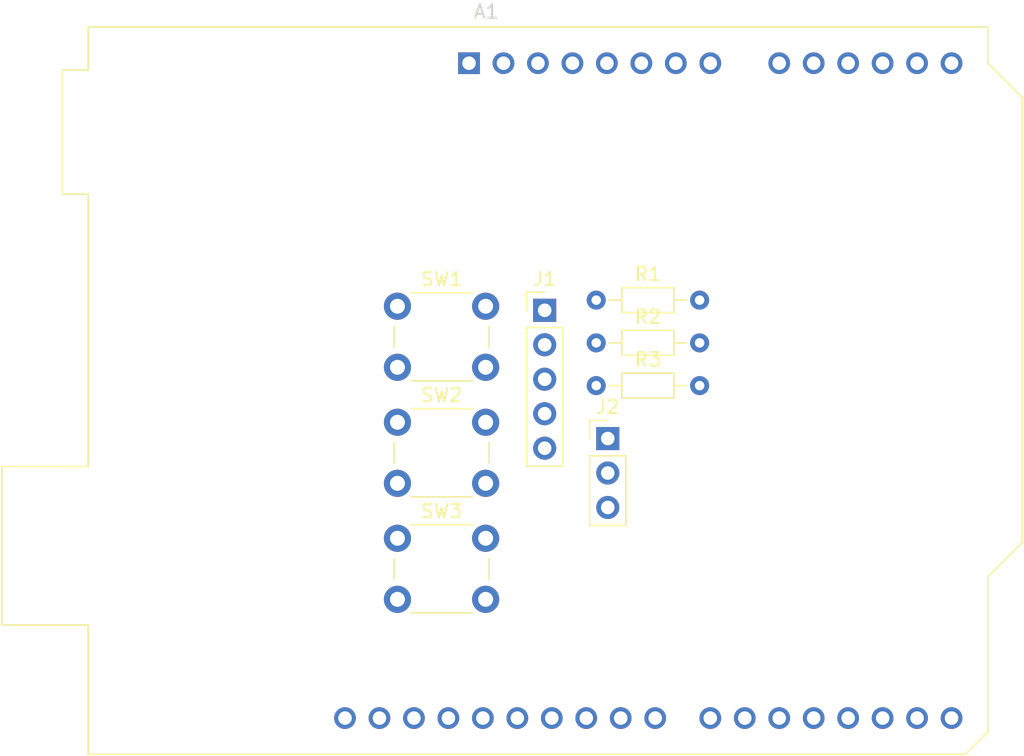
<source format=kicad_pcb>
(kicad_pcb (version 20240108) (generator "pcbnew") (generator_version "8.0")
  (layers (0 "F.Cu" signal) (31 "B.Cu" signal) (34 "B.Paste" user) (35 "F.Paste" user) (36 "B.SilkS" user "B.Silkscreen") (37 "F.SilkS" user "F.Silkscreen") (38 "B.Mask" user) (39 "F.Mask" user) (44 "Edge.Cuts" user))
  (net 0 "")
  (net 5 "+5V")
  (net 6 "GND")
  (net 21 "/BTN0")
  (net 22 "/BTN1")
  (net 23 "/BTN2")
  (net 24 "/BTN3")
  (net 25 "/LED")
  (net 26 "/DTR")
  (net 27 "/CLK")
  (footprint "Button_Switch_THT:SW_PUSH_6mm" (layer "F.Cu") (at 50.615 54.6)
    (property "Reference" "SW3" (at 3.25 -2 0) (layer "F.SilkS"))
    (property "Value" "SW_Push_Dual")
    (fp_line (start -0.25 1.5) (end -0.25 3) (stroke (width 0.12)) (layer "F.SilkS"))
    (fp_line (start 1 5.5) (end 5.5 5.5) (stroke (width 0.12)) (layer "F.SilkS"))
    (fp_line (start 5.5 -1) (end 1 -1) (stroke (width 0.12)) (layer "F.SilkS"))
    (fp_line (start 6.75 3) (end 6.75 1.5) (stroke (width 0.12)) (layer "F.SilkS"))
    (pad "1" thru_hole circle (at 0 0 90) (size 2 2) (drill 1.1) (layers "*.Cu" "*.Mask") (net 5 "+5V"))
    (pad "1" thru_hole circle (at 6.5 0 90) (size 2 2) (drill 1.1) (layers "*.Cu" "*.Mask") (net 5 "+5V"))
    (pad "2" thru_hole circle (at 0 4.5 90) (size 2 2) (drill 1.1) (layers "*.Cu" "*.Mask") (net 24 "/BTN3"))
    (pad "2" thru_hole circle (at 6.5 4.5 90) (size 2 2) (drill 1.1) (layers "*.Cu" "*.Mask") (net 24 "/BTN3"))
  )
  (footprint "Button_Switch_THT:SW_PUSH_6mm" (layer "F.Cu") (at 50.615 37.5)
    (property "Reference" "SW1" (at 3.25 -2 0) (layer "F.SilkS"))
    (property "Value" "SW_Push_Dual")
    (fp_line (start -0.25 1.5) (end -0.25 3) (stroke (width 0.12)) (layer "F.SilkS"))
    (fp_line (start 1 5.5) (end 5.5 5.5) (stroke (width 0.12)) (layer "F.SilkS"))
    (fp_line (start 5.5 -1) (end 1 -1) (stroke (width 0.12)) (layer "F.SilkS"))
    (fp_line (start 6.75 3) (end 6.75 1.5) (stroke (width 0.12)) (layer "F.SilkS"))
    (pad "1" thru_hole circle (at 0 0 90) (size 2 2) (drill 1.1) (layers "*.Cu" "*.Mask") (net 5 "+5V"))
    (pad "1" thru_hole circle (at 6.5 0 90) (size 2 2) (drill 1.1) (layers "*.Cu" "*.Mask") (net 5 "+5V"))
    (pad "2" thru_hole circle (at 0 4.5 90) (size 2 2) (drill 1.1) (layers "*.Cu" "*.Mask") (net 22 "/BTN1"))
    (pad "2" thru_hole circle (at 6.5 4.5 90) (size 2 2) (drill 1.1) (layers "*.Cu" "*.Mask") (net 22 "/BTN1"))
  )
  (footprint "Resistor_THT:R_Axial_DIN0204_L3.6mm_D1.6mm_P7.62mm_Horizontal" (layer "F.Cu") (at 65.265 37.05)
    (property "Reference" "R1" (at 3.81 -1.92 0) (layer "F.SilkS"))
    (property "Value" "10k")
    (fp_line (start 0.94 0) (end 1.89 0) (stroke (width 0.12)) (layer "F.SilkS"))
    (fp_line (start 1.89 -0.92) (end 1.89 0.92) (stroke (width 0.12)) (layer "F.SilkS"))
    (fp_line (start 1.89 0.92) (end 5.73 0.92) (stroke (width 0.12)) (layer "F.SilkS"))
    (fp_line (start 5.73 -0.92) (end 1.89 -0.92) (stroke (width 0.12)) (layer "F.SilkS"))
    (fp_line (start 5.73 0.92) (end 5.73 -0.92) (stroke (width 0.12)) (layer "F.SilkS"))
    (fp_line (start 6.68 0) (end 5.73 0) (stroke (width 0.12)) (layer "F.SilkS"))
    (pad "1" thru_hole circle (at 0 0) (size 1.4 1.4) (drill 0.7) (layers "*.Cu" "*.Mask") (net 22 "/BTN1"))
    (pad "2" thru_hole oval (at 7.62 0) (size 1.4 1.4) (drill 0.7) (layers "*.Cu" "*.Mask") (net 6 "GND"))
  )
  (footprint "Resistor_THT:R_Axial_DIN0204_L3.6mm_D1.6mm_P7.62mm_Horizontal" (layer "F.Cu") (at 65.265 40.2)
    (property "Reference" "R2" (at 3.81 -1.92 0) (layer "F.SilkS"))
    (property "Value" "10k")
    (fp_line (start 0.94 0) (end 1.89 0) (stroke (width 0.12)) (layer "F.SilkS"))
    (fp_line (start 1.89 -0.92) (end 1.89 0.92) (stroke (width 0.12)) (layer "F.SilkS"))
    (fp_line (start 1.89 0.92) (end 5.73 0.92) (stroke (width 0.12)) (layer "F.SilkS"))
    (fp_line (start 5.73 -0.92) (end 1.89 -0.92) (stroke (width 0.12)) (layer "F.SilkS"))
    (fp_line (start 5.73 0.92) (end 5.73 -0.92) (stroke (width 0.12)) (layer "F.SilkS"))
    (fp_line (start 6.68 0) (end 5.73 0) (stroke (width 0.12)) (layer "F.SilkS"))
    (pad "1" thru_hole circle (at 0 0) (size 1.4 1.4) (drill 0.7) (layers "*.Cu" "*.Mask") (net 23 "/BTN2"))
    (pad "2" thru_hole oval (at 7.62 0) (size 1.4 1.4) (drill 0.7) (layers "*.Cu" "*.Mask") (net 6 "GND"))
  )
  (footprint "Button_Switch_THT:SW_PUSH_6mm" (layer "F.Cu") (at 50.615 46.05)
    (property "Reference" "SW2" (at 3.25 -2 0) (layer "F.SilkS"))
    (property "Value" "SW_Push_Dual")
    (fp_line (start -0.25 1.5) (end -0.25 3) (stroke (width 0.12)) (layer "F.SilkS"))
    (fp_line (start 1 5.5) (end 5.5 5.5) (stroke (width 0.12)) (layer "F.SilkS"))
    (fp_line (start 5.5 -1) (end 1 -1) (stroke (width 0.12)) (layer "F.SilkS"))
    (fp_line (start 6.75 3) (end 6.75 1.5) (stroke (width 0.12)) (layer "F.SilkS"))
    (pad "1" thru_hole circle (at 0 0 90) (size 2 2) (drill 1.1) (layers "*.Cu" "*.Mask") (net 5 "+5V"))
    (pad "1" thru_hole circle (at 6.5 0 90) (size 2 2) (drill 1.1) (layers "*.Cu" "*.Mask") (net 5 "+5V"))
    (pad "2" thru_hole circle (at 0 4.5 90) (size 2 2) (drill 1.1) (layers "*.Cu" "*.Mask") (net 23 "/BTN2"))
    (pad "2" thru_hole circle (at 6.5 4.5 90) (size 2 2) (drill 1.1) (layers "*.Cu" "*.Mask") (net 23 "/BTN2"))
  )
  (footprint "Connector_PinHeader_2.54mm:PinHeader_1x03_P2.54mm_Vertical" (layer "F.Cu") (at 66.115 47.25)
    (property "Reference" "J2" (at 0 -2.33 0) (layer "F.SilkS"))
    (property "Value" "LED")
    (fp_line (start -1.33 -1.33) (end 0 -1.33) (stroke (width 0.12)) (layer "F.SilkS"))
    (fp_line (start -1.33 0) (end -1.33 -1.33) (stroke (width 0.12)) (layer "F.SilkS"))
    (fp_line (start -1.33 1.27) (end -1.33 6.41) (stroke (width 0.12)) (layer "F.SilkS"))
    (fp_line (start -1.33 1.27) (end 1.33 1.27) (stroke (width 0.12)) (layer "F.SilkS"))
    (fp_line (start -1.33 6.41) (end 1.33 6.41) (stroke (width 0.12)) (layer "F.SilkS"))
    (fp_line (start 1.33 1.27) (end 1.33 6.41) (stroke (width 0.12)) (layer "F.SilkS"))
    (pad "1" thru_hole rect (at 0 0) (size 1.7 1.7) (drill 1) (layers "*.Cu" "*.Mask") (net 6 "GND"))
    (pad "2" thru_hole oval (at 0 2.54) (size 1.7 1.7) (drill 1) (layers "*.Cu" "*.Mask") (net 5 "+5V"))
    (pad "3" thru_hole oval (at 0 5.08) (size 1.7 1.7) (drill 1) (layers "*.Cu" "*.Mask") (net 25 "/LED"))
  )
  (footprint "Connector_PinHeader_2.54mm:PinHeader_1x05_P2.54mm_Vertical" (layer "F.Cu") (at 61.465 37.8)
    (property "Reference" "J1" (at 0 -2.33 0) (layer "F.SilkS"))
    (property "Value" "Rotary Encoder")
    (fp_line (start -1.33 -1.33) (end 0 -1.33) (stroke (width 0.12)) (layer "F.SilkS"))
    (fp_line (start -1.33 0) (end -1.33 -1.33) (stroke (width 0.12)) (layer "F.SilkS"))
    (fp_line (start -1.33 1.27) (end -1.33 11.49) (stroke (width 0.12)) (layer "F.SilkS"))
    (fp_line (start -1.33 1.27) (end 1.33 1.27) (stroke (width 0.12)) (layer "F.SilkS"))
    (fp_line (start -1.33 11.49) (end 1.33 11.49) (stroke (width 0.12)) (layer "F.SilkS"))
    (fp_line (start 1.33 1.27) (end 1.33 11.49) (stroke (width 0.12)) (layer "F.SilkS"))
    (pad "1" thru_hole rect (at 0 0) (size 1.7 1.7) (drill 1) (layers "*.Cu" "*.Mask") (net 27 "/CLK"))
    (pad "2" thru_hole oval (at 0 2.54) (size 1.7 1.7) (drill 1) (layers "*.Cu" "*.Mask") (net 26 "/DTR"))
    (pad "3" thru_hole oval (at 0 5.08) (size 1.7 1.7) (drill 1) (layers "*.Cu" "*.Mask") (net 21 "/BTN0"))
    (pad "4" thru_hole oval (at 0 7.62) (size 1.7 1.7) (drill 1) (layers "*.Cu" "*.Mask") (net 5 "+5V"))
    (pad "5" thru_hole oval (at 0 10.16) (size 1.7 1.7) (drill 1) (layers "*.Cu" "*.Mask") (net 6 "GND"))
  )
  (footprint "Module:Arduino_UNO_R3_WithMountingHoles" (layer "F.Cu") (at 55.89 19.59)
    (property "Reference" "A1" (at 1.27 -3.81 180) (layer "Edge.Cuts"))
    (property "Value" "Arduino_Leonardo")
    (fp_line (start -34.42 29.72) (end -34.42 41.4) (stroke (width 0.12)) (layer "F.SilkS"))
    (fp_line (start -34.42 41.4) (end -28.07 41.4) (stroke (width 0.12)) (layer "F.SilkS"))
    (fp_line (start -29.97 0.51) (end -29.97 9.65) (stroke (width 0.12)) (layer "F.SilkS"))
    (fp_line (start -29.97 9.65) (end -28.07 9.65) (stroke (width 0.12)) (layer "F.SilkS"))
    (fp_line (start -28.07 -2.67) (end -28.07 0.51) (stroke (width 0.12)) (layer "F.SilkS"))
    (fp_line (start -28.07 0.51) (end -29.97 0.51) (stroke (width 0.12)) (layer "F.SilkS"))
    (fp_line (start -28.07 9.65) (end -28.07 29.72) (stroke (width 0.12)) (layer "F.SilkS"))
    (fp_line (start -28.07 29.72) (end -34.42 29.72) (stroke (width 0.12)) (layer "F.SilkS"))
    (fp_line (start -28.07 41.4) (end -28.07 50.93) (stroke (width 0.12)) (layer "F.SilkS"))
    (fp_line (start -28.07 50.93) (end 36.58 50.93) (stroke (width 0.12)) (layer "F.SilkS"))
    (fp_line (start 36.58 50.93) (end 38.23 49.28) (stroke (width 0.12)) (layer "F.SilkS"))
    (fp_line (start 38.23 -2.67) (end -28.07 -2.67) (stroke (width 0.12)) (layer "F.SilkS"))
    (fp_line (start 38.23 0) (end 38.23 -2.67) (stroke (width 0.12)) (layer "F.SilkS"))
    (fp_line (start 38.23 37.85) (end 40.77 35.31) (stroke (width 0.12)) (layer "F.SilkS"))
    (fp_line (start 38.23 49.28) (end 38.23 37.85) (stroke (width 0.12)) (layer "F.SilkS"))
    (fp_line (start 40.77 2.54) (end 38.23 0) (stroke (width 0.12)) (layer "F.SilkS"))
    (fp_line (start 40.77 35.31) (end 40.77 2.54) (stroke (width 0.12)) (layer "F.SilkS"))
    (pad "" np_thru_hole circle (at -13.97 0 90) (size 3.2 3.2) (drill 3.2) (layers "*.Cu" "*.Mask"))
    (pad "" np_thru_hole circle (at -12.7 48.26 90) (size 3.2 3.2) (drill 3.2) (layers "*.Cu" "*.Mask"))
    (pad "" np_thru_hole circle (at 38.1 5.08 90) (size 3.2 3.2) (drill 3.2) (layers "*.Cu" "*.Mask"))
    (pad "" np_thru_hole circle (at 38.1 33.02 90) (size 3.2 3.2) (drill 3.2) (layers "*.Cu" "*.Mask"))
    (pad "1" thru_hole rect (at 0 0 90) (size 1.6 1.6) (drill 1) (layers "*.Cu" "*.Mask"))
    (pad "2" thru_hole oval (at 2.54 0 90) (size 1.6 1.6) (drill 1) (layers "*.Cu" "*.Mask"))
    (pad "3" thru_hole oval (at 5.08 0 90) (size 1.6 1.6) (drill 1) (layers "*.Cu" "*.Mask"))
    (pad "4" thru_hole oval (at 7.62 0 90) (size 1.6 1.6) (drill 1) (layers "*.Cu" "*.Mask"))
    (pad "5" thru_hole oval (at 10.16 0 90) (size 1.6 1.6) (drill 1) (layers "*.Cu" "*.Mask") (net 5 "+5V"))
    (pad "6" thru_hole oval (at 12.7 0 90) (size 1.6 1.6) (drill 1) (layers "*.Cu" "*.Mask") (net 6 "GND"))
    (pad "7" thru_hole oval (at 15.24 0 90) (size 1.6 1.6) (drill 1) (layers "*.Cu" "*.Mask") (net 6 "GND"))
    (pad "8" thru_hole oval (at 17.78 0 90) (size 1.6 1.6) (drill 1) (layers "*.Cu" "*.Mask"))
    (pad "9" thru_hole oval (at 22.86 0 90) (size 1.6 1.6) (drill 1) (layers "*.Cu" "*.Mask"))
    (pad "10" thru_hole oval (at 25.4 0 90) (size 1.6 1.6) (drill 1) (layers "*.Cu" "*.Mask"))
    (pad "11" thru_hole oval (at 27.94 0 90) (size 1.6 1.6) (drill 1) (layers "*.Cu" "*.Mask"))
    (pad "12" thru_hole oval (at 30.48 0 90) (size 1.6 1.6) (drill 1) (layers "*.Cu" "*.Mask"))
    (pad "13" thru_hole oval (at 33.02 0 90) (size 1.6 1.6) (drill 1) (layers "*.Cu" "*.Mask"))
    (pad "14" thru_hole oval (at 35.56 0 90) (size 1.6 1.6) (drill 1) (layers "*.Cu" "*.Mask"))
    (pad "15" thru_hole oval (at 35.56 48.26 90) (size 1.6 1.6) (drill 1) (layers "*.Cu" "*.Mask"))
    (pad "16" thru_hole oval (at 33.02 48.26 90) (size 1.6 1.6) (drill 1) (layers "*.Cu" "*.Mask"))
    (pad "17" thru_hole oval (at 30.48 48.26 90) (size 1.6 1.6) (drill 1) (layers "*.Cu" "*.Mask"))
    (pad "18" thru_hole oval (at 27.94 48.26 90) (size 1.6 1.6) (drill 1) (layers "*.Cu" "*.Mask"))
    (pad "19" thru_hole oval (at 25.4 48.26 90) (size 1.6 1.6) (drill 1) (layers "*.Cu" "*.Mask"))
    (pad "20" thru_hole oval (at 22.86 48.26 90) (size 1.6 1.6) (drill 1) (layers "*.Cu" "*.Mask"))
    (pad "21" thru_hole oval (at 20.32 48.26 90) (size 1.6 1.6) (drill 1) (layers "*.Cu" "*.Mask"))
    (pad "22" thru_hole oval (at 17.78 48.26 90) (size 1.6 1.6) (drill 1) (layers "*.Cu" "*.Mask") (net 21 "/BTN0"))
    (pad "23" thru_hole oval (at 13.72 48.26 90) (size 1.6 1.6) (drill 1) (layers "*.Cu" "*.Mask") (net 22 "/BTN1"))
    (pad "24" thru_hole oval (at 11.18 48.26 90) (size 1.6 1.6) (drill 1) (layers "*.Cu" "*.Mask") (net 23 "/BTN2"))
    (pad "25" thru_hole oval (at 8.64 48.26 90) (size 1.6 1.6) (drill 1) (layers "*.Cu" "*.Mask") (net 24 "/BTN3"))
    (pad "26" thru_hole oval (at 6.1 48.26 90) (size 1.6 1.6) (drill 1) (layers "*.Cu" "*.Mask") (net 25 "/LED"))
    (pad "27" thru_hole oval (at 3.56 48.26 90) (size 1.6 1.6) (drill 1) (layers "*.Cu" "*.Mask") (net 26 "/DTR"))
    (pad "28" thru_hole oval (at 1.02 48.26 90) (size 1.6 1.6) (drill 1) (layers "*.Cu" "*.Mask") (net 27 "/CLK"))
    (pad "29" thru_hole oval (at -1.52 48.26 90) (size 1.6 1.6) (drill 1) (layers "*.Cu" "*.Mask") (net 6 "GND"))
    (pad "30" thru_hole oval (at -4.06 48.26 90) (size 1.6 1.6) (drill 1) (layers "*.Cu" "*.Mask"))
    (pad "31" thru_hole oval (at -6.6 48.26 90) (size 1.6 1.6) (drill 1) (layers "*.Cu" "*.Mask"))
    (pad "32" thru_hole oval (at -9.14 48.26 90) (size 1.6 1.6) (drill 1) (layers "*.Cu" "*.Mask"))
  )
  (footprint "Resistor_THT:R_Axial_DIN0204_L3.6mm_D1.6mm_P7.62mm_Horizontal" (layer "F.Cu") (at 65.265 43.35)
    (property "Reference" "R3" (at 3.81 -1.92 0) (layer "F.SilkS"))
    (property "Value" "10k")
    (fp_line (start 0.94 0) (end 1.89 0) (stroke (width 0.12)) (layer "F.SilkS"))
    (fp_line (start 1.89 -0.92) (end 1.89 0.92) (stroke (width 0.12)) (layer "F.SilkS"))
    (fp_line (start 1.89 0.92) (end 5.73 0.92) (stroke (width 0.12)) (layer "F.SilkS"))
    (fp_line (start 5.73 -0.92) (end 1.89 -0.92) (stroke (width 0.12)) (layer "F.SilkS"))
    (fp_line (start 5.73 0.92) (end 5.73 -0.92) (stroke (width 0.12)) (layer "F.SilkS"))
    (fp_line (start 6.68 0) (end 5.73 0) (stroke (width 0.12)) (layer "F.SilkS"))
    (pad "1" thru_hole circle (at 0 0) (size 1.4 1.4) (drill 0.7) (layers "*.Cu" "*.Mask") (net 24 "/BTN3"))
    (pad "2" thru_hole oval (at 7.62 0) (size 1.4 1.4) (drill 0.7) (layers "*.Cu" "*.Mask") (net 6 "GND"))
  )
)
</source>
